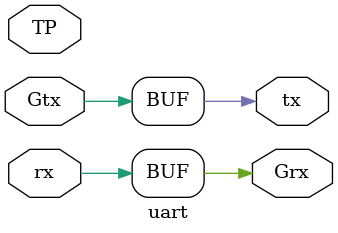
<source format=v>
`timescale 1ns / 1ps


module uart(
//    input sys_clk_p,
//    input sys_clk_n,
                
    input Gtx,
    output Grx,
    output tx,
    input rx,
    
//    output D_SEL,
//    output SAFEBOOT_N,
    input TP
    );
    
/*    wire sys_clk_ibufg;
    IBUFGDS #(
        .DIFF_TERM    ("FALSE"),
        .IBUF_LOW_PWR ("FALSE")
    )
    u_ibufg_sys_clk(
    .I  (sys_clk_p),
    .IB (sys_clk_n),
    .O  (sys_clk_ibufg)
    );
*/
    
    assign tx = Gtx;
    assign Grx = rx;
endmodule

</source>
